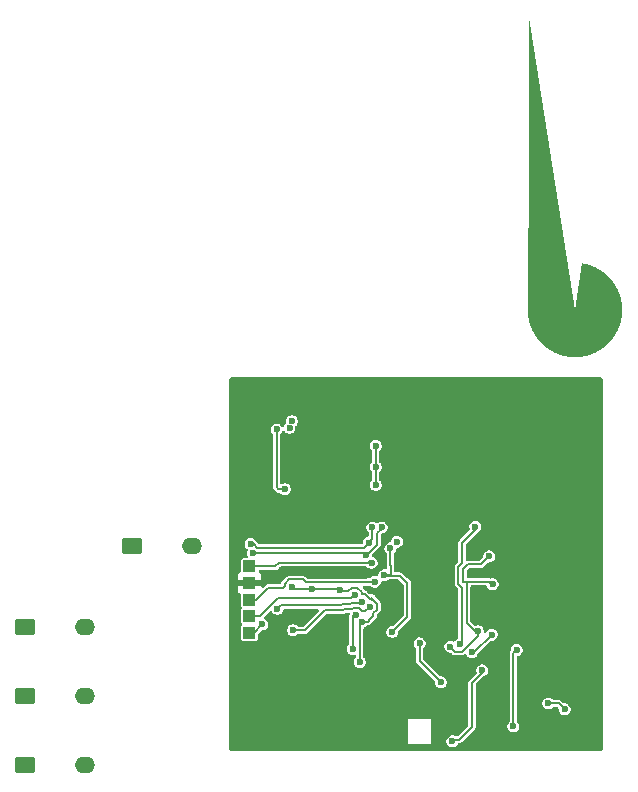
<source format=gbr>
%TF.GenerationSoftware,KiCad,Pcbnew,9.0.5*%
%TF.CreationDate,2025-10-31T14:43:10-07:00*%
%TF.ProjectId,digi_watch,64696769-5f77-4617-9463-682e6b696361,rev?*%
%TF.SameCoordinates,Original*%
%TF.FileFunction,Copper,L2,Bot*%
%TF.FilePolarity,Positive*%
%FSLAX46Y46*%
G04 Gerber Fmt 4.6, Leading zero omitted, Abs format (unit mm)*
G04 Created by KiCad (PCBNEW 9.0.5) date 2025-10-31 14:43:10*
%MOMM*%
%LPD*%
G01*
G04 APERTURE LIST*
G04 Aperture macros list*
%AMRoundRect*
0 Rectangle with rounded corners*
0 $1 Rounding radius*
0 $2 $3 $4 $5 $6 $7 $8 $9 X,Y pos of 4 corners*
0 Add a 4 corners polygon primitive as box body*
4,1,4,$2,$3,$4,$5,$6,$7,$8,$9,$2,$3,0*
0 Add four circle primitives for the rounded corners*
1,1,$1+$1,$2,$3*
1,1,$1+$1,$4,$5*
1,1,$1+$1,$6,$7*
1,1,$1+$1,$8,$9*
0 Add four rect primitives between the rounded corners*
20,1,$1+$1,$2,$3,$4,$5,0*
20,1,$1+$1,$4,$5,$6,$7,0*
20,1,$1+$1,$6,$7,$8,$9,0*
20,1,$1+$1,$8,$9,$2,$3,0*%
%AMFreePoly0*
4,1,65,0.586922,3.956706,0.971921,3.880125,1.347559,3.766176,1.710220,3.615957,2.056411,3.430914,2.382797,3.212830,2.686236,2.963805,2.963805,2.686236,3.212830,2.382797,3.430914,2.056411,3.615957,1.710220,3.766176,1.347559,3.880125,0.971921,3.956706,0.586922,3.995182,0.196271,3.995182,-0.196271,3.956706,-0.586922,3.880125,-0.971921,3.766176,-1.347559,3.615957,-1.710220,
3.430914,-2.056411,3.212830,-2.382797,2.963805,-2.686236,2.686236,-2.963805,2.382797,-3.212830,2.056411,-3.430914,1.710220,-3.615957,1.347559,-3.766176,0.971921,-3.880125,0.586922,-3.956706,0.196271,-3.995182,-0.196271,-3.995182,-0.586922,-3.956706,-0.971921,-3.880125,-1.347559,-3.766176,-1.710220,-3.615957,-2.056411,-3.430914,-2.382797,-3.212830,-2.686236,-2.963805,-2.963805,-2.686236,
-3.212830,-2.382797,-3.430914,-2.056411,-3.615957,-1.710220,-3.766176,-1.347559,-3.880125,-0.971921,-3.956706,-0.586922,-3.995182,-0.196271,-3.995182,0.196271,-3.956706,0.586922,-3.880125,0.971921,-3.766176,1.347559,-3.615957,1.710220,-3.430914,2.056411,-3.212830,2.382797,-2.963805,2.686236,-2.686236,2.963805,-2.382797,3.212830,-2.056411,3.430914,-1.710220,3.615957,-1.347559,3.766176,
-0.971921,3.880125,-0.586922,3.956706,-0.196271,3.995182,0.196271,3.995182,0.586922,3.956706,0.586922,3.956706,$1*%
G04 Aperture macros list end*
%TA.AperFunction,SMDPad,CuDef*%
%ADD10R,1.000000X1.000000*%
%TD*%
%TA.AperFunction,ComponentPad*%
%ADD11RoundRect,0.249200X-0.600800X-0.450800X0.600800X-0.450800X0.600800X0.450800X-0.600800X0.450800X0*%
%TD*%
%TA.AperFunction,ComponentPad*%
%ADD12O,1.700000X1.400000*%
%TD*%
%TA.AperFunction,SMDPad,CuDef*%
%ADD13FreePoly0,270.000000*%
%TD*%
%TA.AperFunction,ViaPad*%
%ADD14C,0.600000*%
%TD*%
%TA.AperFunction,Conductor*%
%ADD15C,0.200000*%
%TD*%
G04 APERTURE END LIST*
D10*
%TO.P,J2,1,Pin_1*%
%TO.N,3V3*%
X113900000Y-101800000D03*
%TO.P,J2,2,Pin_2*%
%TO.N,SWO*%
X113900000Y-100400000D03*
%TO.P,J2,3,Pin_3*%
%TO.N,SWCLK*%
X113900000Y-99000000D03*
%TO.P,J2,4,Pin_4*%
%TO.N,GND*%
X113900000Y-97600000D03*
%TO.P,J2,5,Pin_5*%
%TO.N,SWDIO*%
X113900000Y-96200000D03*
%TD*%
D11*
%TO.P,D2,1,K*%
%TO.N,GND*%
X103960000Y-94500000D03*
D12*
%TO.P,D2,2,A*%
%TO.N,Net-(D2-A)*%
X109040000Y-94500000D03*
%TD*%
D11*
%TO.P,D5,1,K*%
%TO.N,Net-(D4-A)*%
X94920000Y-113000000D03*
D12*
%TO.P,D5,2,A*%
%TO.N,VPD*%
X100000000Y-113000000D03*
%TD*%
D11*
%TO.P,D3,1,K*%
%TO.N,Net-(D2-A)*%
X94920000Y-101300000D03*
D12*
%TO.P,D3,2,A*%
%TO.N,Net-(D3-A)*%
X100000000Y-101300000D03*
%TD*%
D13*
%TO.P,J5,1,Pin_1*%
%TO.N,GND*%
X141500000Y-74500000D03*
%TD*%
D11*
%TO.P,D4,1,K*%
%TO.N,Net-(D3-A)*%
X94920000Y-107150000D03*
D12*
%TO.P,D4,2,A*%
%TO.N,Net-(D4-A)*%
X100000000Y-107150000D03*
%TD*%
D14*
%TO.N,GND*%
X121750000Y-109000000D03*
X135234558Y-98793288D03*
X117900000Y-88100000D03*
X122000000Y-89000000D03*
X127350000Y-92700000D03*
X138100000Y-98000000D03*
X134700000Y-93700000D03*
X124550000Y-101350000D03*
X134075000Y-98569970D03*
X130493098Y-104406900D03*
X122500000Y-81500000D03*
X135068641Y-96250642D03*
X122482022Y-96940413D03*
X117950000Y-86950000D03*
X121500000Y-110500000D03*
X118500000Y-87500000D03*
X123700000Y-87700000D03*
X132737870Y-104831958D03*
X138800000Y-109800000D03*
X136927421Y-98748905D03*
X116400000Y-90600000D03*
X123000000Y-94000000D03*
X139000000Y-111500000D03*
X123700000Y-91300000D03*
X134200000Y-88900000D03*
X125549999Y-85100000D03*
X117400000Y-103000000D03*
X137100000Y-96000000D03*
X127916156Y-105024819D03*
X125400000Y-105700000D03*
X115500000Y-102250000D03*
X114900000Y-82600000D03*
X120500000Y-96500000D03*
X123600000Y-89300000D03*
X138001140Y-96498910D03*
X129700000Y-98300000D03*
X135600000Y-110800000D03*
X129700000Y-98300000D03*
X124249979Y-96694407D03*
X137900000Y-94900000D03*
X116692943Y-96498003D03*
%TO.N,unconnected-(U4-PH3-Pad4)*%
X128310519Y-102705413D03*
X130116577Y-106008900D03*
%TO.N,BTN_TOP_L*%
X114000000Y-94300000D03*
X124300000Y-92900000D03*
X124000000Y-94200000D03*
%TO.N,WKUP*%
X134424265Y-101975735D03*
X139200000Y-107800000D03*
X131700000Y-102789327D03*
X124600000Y-86000000D03*
X133025735Y-92825735D03*
X124600000Y-87775000D03*
X132742335Y-103445465D03*
X124600000Y-89300000D03*
X140600000Y-108300000D03*
%TO.N,QSPI_NCS*%
X131077165Y-111007086D03*
X133610000Y-105000000D03*
%TO.N,BTN_BOT_L*%
X123798070Y-95223011D03*
X125100003Y-92900000D03*
X114200000Y-95100000D03*
%TO.N,PIEZO*%
X126400000Y-94100000D03*
%TO.N,LED_OUT*%
X136524265Y-103275735D03*
X136237554Y-109734288D03*
%TO.N,SWDIO*%
X124251901Y-95894407D03*
%TO.N,I2C1_SDA*%
X123465687Y-100865687D03*
X123250000Y-104300000D03*
X121600000Y-98175002D03*
X117500000Y-97899000D03*
X119199377Y-98141413D03*
%TO.N,I2C1_SCL*%
X122650000Y-103200000D03*
X122900000Y-100300000D03*
%TO.N,SWCLK*%
X124514620Y-97496529D03*
%TO.N,SWO*%
X122800000Y-98601000D03*
%TO.N,Net-(U1-VOUT_EN)*%
X116200000Y-84600000D03*
X116900000Y-89650055D03*
%TO.N,VBAT*%
X117500000Y-83900000D03*
X117300232Y-84474000D03*
%TO.N,GPS_DISABLE*%
X124109190Y-99612103D03*
X117600000Y-101600000D03*
%TO.N,GPS_BKUP_DISABLE*%
X123440628Y-99172752D03*
X116278198Y-99798798D03*
%TO.N,3V3*%
X125834313Y-94665687D03*
X134200000Y-95350000D03*
X134500000Y-97700000D03*
X126000000Y-101750000D03*
X115000000Y-101100000D03*
X133236027Y-101675000D03*
X130910000Y-102999325D03*
X125309427Y-96950000D03*
%TD*%
D15*
%TO.N,GND*%
X134700000Y-93700000D02*
X135700000Y-93700000D01*
%TO.N,unconnected-(U4-PH3-Pad4)*%
X130116577Y-106008900D02*
X128310519Y-104202842D01*
X128310519Y-104202842D02*
X128310519Y-102705413D01*
%TO.N,BTN_TOP_L*%
X114550943Y-94601000D02*
X114249943Y-94300000D01*
X124000000Y-94200000D02*
X123599000Y-94601000D01*
X123599000Y-94601000D02*
X114550943Y-94601000D01*
X114249943Y-94300000D02*
X114000000Y-94300000D01*
X124300000Y-93900000D02*
X124000000Y-94200000D01*
X124300000Y-92900000D02*
X124300000Y-93900000D01*
%TO.N,WKUP*%
X131599000Y-96233900D02*
X131900000Y-95932900D01*
X134424265Y-101975735D02*
X132954535Y-103445465D01*
X131899000Y-101166100D02*
X131899000Y-97901000D01*
X140600000Y-108300000D02*
X140100000Y-107800000D01*
X124600000Y-87775000D02*
X124600000Y-86000000D01*
X131833900Y-97901000D02*
X131599000Y-97666100D01*
X131700000Y-102789327D02*
X131900000Y-102589327D01*
X133100000Y-92900000D02*
X133025735Y-92825735D01*
X131599000Y-97666100D02*
X131599000Y-96233900D01*
X131900000Y-102589327D02*
X131900000Y-101167100D01*
X140100000Y-107800000D02*
X139200000Y-107800000D01*
X131900000Y-94200000D02*
X133100000Y-93000000D01*
X124600000Y-87775000D02*
X124600000Y-89300000D01*
X131899000Y-97901000D02*
X131833900Y-97901000D01*
X131900000Y-101167100D02*
X131899000Y-101166100D01*
X131900000Y-95932900D02*
X131900000Y-94200000D01*
X133100000Y-93000000D02*
X133100000Y-92900000D01*
X132954535Y-103445465D02*
X132742335Y-103445465D01*
%TO.N,QSPI_NCS*%
X132750000Y-109774000D02*
X132750000Y-106050000D01*
X132750000Y-106050000D02*
X133610000Y-105190000D01*
X133610000Y-105190000D02*
X133610000Y-105000000D01*
X131670000Y-110854000D02*
X132750000Y-109774000D01*
X131230251Y-110854000D02*
X131670000Y-110854000D01*
X131077165Y-111007086D02*
X131230251Y-110854000D01*
%TO.N,BTN_BOT_L*%
X123675059Y-95100000D02*
X114200000Y-95100000D01*
X123798070Y-95223011D02*
X123675059Y-95100000D01*
X125100003Y-92999997D02*
X124700000Y-93400000D01*
X125100003Y-92900000D02*
X125100003Y-92999997D01*
X124700000Y-94349943D02*
X123826932Y-95223011D01*
X123826932Y-95223011D02*
X123798070Y-95223011D01*
X124700000Y-93400000D02*
X124700000Y-94349943D01*
%TO.N,LED_OUT*%
X136524265Y-103275735D02*
X136237554Y-103562446D01*
X136237554Y-103562446D02*
X136237554Y-109734288D01*
%TO.N,SWDIO*%
X124084919Y-95750000D02*
X123944959Y-95889960D01*
X116100003Y-96200000D02*
X113900000Y-96200000D01*
X123944959Y-95889960D02*
X116410043Y-95889960D01*
X124107494Y-95750000D02*
X124084919Y-95750000D01*
X116410043Y-95889960D02*
X116100003Y-96200000D01*
X124251901Y-95894407D02*
X124107494Y-95750000D01*
%TO.N,I2C1_SDA*%
X124149943Y-100650000D02*
X124400000Y-100399943D01*
X123300000Y-101100000D02*
X123250000Y-101150000D01*
X118641413Y-98141413D02*
X118600000Y-98100000D01*
X124265677Y-99011103D02*
X124265677Y-98834323D01*
X122251057Y-98300000D02*
X121724998Y-98300000D01*
X121724998Y-98300000D02*
X121600000Y-98175002D01*
X123473752Y-98571752D02*
X123401000Y-98499000D01*
X117500000Y-97899000D02*
X117500000Y-98100000D01*
X124400000Y-100399943D02*
X124400000Y-100171236D01*
X122551057Y-98000000D02*
X122251057Y-98300000D01*
X124710190Y-99363160D02*
X124358133Y-99011103D01*
X121600000Y-98175002D02*
X121566411Y-98141413D01*
X123250000Y-101150000D02*
X123250000Y-104300000D01*
X124400000Y-100171236D02*
X124710190Y-99861046D01*
X119199377Y-98141413D02*
X118641413Y-98141413D01*
X123300000Y-101031374D02*
X123300000Y-101100000D01*
X117500000Y-98100000D02*
X118600000Y-98100000D01*
X124108909Y-98991091D02*
X123689571Y-98571752D01*
X123934313Y-100865687D02*
X124149943Y-100650057D01*
X124265677Y-98834323D02*
X124108909Y-98991091D01*
X123401000Y-98499000D02*
X123401000Y-98352057D01*
X121500000Y-98275002D02*
X121600000Y-98175002D01*
X124710190Y-99861046D02*
X124710190Y-99363160D01*
X123465687Y-100865687D02*
X123934313Y-100865687D01*
X121566411Y-98141413D02*
X119358587Y-98141413D01*
X123048943Y-98000000D02*
X122551057Y-98000000D01*
X119199377Y-98141413D02*
X119199377Y-98300623D01*
X123689571Y-98571752D02*
X123473752Y-98571752D01*
X124358133Y-99011103D02*
X124265677Y-99011103D01*
X124149943Y-100650057D02*
X124149943Y-100650000D01*
X123401000Y-98352057D02*
X123048943Y-98000000D01*
X123465687Y-100865687D02*
X123300000Y-101031374D01*
%TO.N,I2C1_SCL*%
X122900000Y-100300000D02*
X122776806Y-100300000D01*
X122776806Y-100300000D02*
X122650000Y-100426806D01*
X122650000Y-100426806D02*
X122650000Y-103200000D01*
%TO.N,SWCLK*%
X114500000Y-99000000D02*
X113900000Y-99000000D01*
X118416174Y-97299000D02*
X117251057Y-97299000D01*
X124003471Y-97496529D02*
X123958587Y-97541413D01*
X116899000Y-97851000D02*
X116750000Y-98000000D01*
X116899000Y-97651057D02*
X116899000Y-97851000D01*
X115500000Y-98000000D02*
X114500000Y-99000000D01*
X123958587Y-97541413D02*
X118658587Y-97541413D01*
X117251057Y-97299000D02*
X116899000Y-97651057D01*
X124514620Y-97496529D02*
X124003471Y-97496529D01*
X118658587Y-97541413D02*
X118416174Y-97299000D01*
X116750000Y-98000000D02*
X115500000Y-98000000D01*
%TO.N,SWO*%
X122800000Y-98601000D02*
X122518835Y-98882165D01*
X114800000Y-100400000D02*
X113900000Y-100400000D01*
X122518835Y-98882165D02*
X116317835Y-98882165D01*
X116317835Y-98882165D02*
X114800000Y-100400000D01*
%TO.N,Net-(U1-VOUT_EN)*%
X116350055Y-89650055D02*
X116200000Y-89500000D01*
X116900000Y-89650055D02*
X116350055Y-89650055D01*
X116200000Y-89500000D02*
X116200000Y-84600000D01*
%TO.N,GPS_DISABLE*%
X122550057Y-99800000D02*
X121950000Y-99800000D01*
X121850000Y-99900000D02*
X120300000Y-99900000D01*
X123148943Y-99699000D02*
X122651057Y-99699000D01*
X124109190Y-99612103D02*
X123721293Y-100000000D01*
X121950000Y-99800000D02*
X121850000Y-99900000D01*
X122651057Y-99699000D02*
X122550057Y-99800000D01*
X120300000Y-99900000D02*
X118600000Y-101600000D01*
X123449942Y-100000000D02*
X123148943Y-99699000D01*
X123721293Y-100000000D02*
X123449942Y-100000000D01*
X118600000Y-101600000D02*
X117600000Y-101600000D01*
%TO.N,GPS_BKUP_DISABLE*%
X116576996Y-99500000D02*
X116278198Y-99798798D01*
X120132900Y-99500000D02*
X116576996Y-99500000D01*
X122383957Y-99399000D02*
X121783900Y-99399000D01*
X122484957Y-99298000D02*
X122383957Y-99399000D01*
X121683900Y-99499000D02*
X120133900Y-99499000D01*
X123440628Y-99172752D02*
X123440628Y-99057898D01*
X122709926Y-99298000D02*
X122484957Y-99298000D01*
X121783900Y-99399000D02*
X121683900Y-99499000D01*
X123315380Y-99298000D02*
X122700000Y-99298000D01*
X120133900Y-99499000D02*
X120132900Y-99500000D01*
%TO.N,3V3*%
X133236027Y-102103243D02*
X133236027Y-101675000D01*
X125800000Y-96950000D02*
X125850000Y-97000000D01*
X132975000Y-101675000D02*
X132300000Y-101000000D01*
X132300000Y-101000000D02*
X132300000Y-97600000D01*
X127250000Y-100500000D02*
X127250000Y-100000000D01*
X125359427Y-97000000D02*
X126650000Y-97000000D01*
X125309427Y-96950000D02*
X125359427Y-97000000D01*
X132000000Y-97500000D02*
X132000000Y-96400000D01*
X125309427Y-96950000D02*
X125800000Y-96950000D01*
X131330675Y-103420000D02*
X131919270Y-103420000D01*
X114300000Y-101800000D02*
X113900000Y-101800000D01*
X131919270Y-103420000D02*
X133236027Y-102103243D01*
X127250000Y-97600000D02*
X127250000Y-97500000D01*
X134500000Y-97700000D02*
X134350000Y-97700000D01*
X130910000Y-102999325D02*
X131330675Y-103420000D01*
X134350000Y-97700000D02*
X134150000Y-97500000D01*
X126000000Y-101750000D02*
X127250000Y-100500000D01*
X126650000Y-97000000D02*
X127250000Y-97600000D01*
X133550000Y-96000000D02*
X134200000Y-95350000D01*
X115000000Y-101100000D02*
X114300000Y-101800000D01*
X127250000Y-100000000D02*
X127250000Y-97600000D01*
X125850000Y-96110257D02*
X125834313Y-96094570D01*
X125834313Y-96094570D02*
X125834313Y-94665687D01*
X133161027Y-101600000D02*
X133236027Y-101675000D01*
X132400000Y-96000000D02*
X133550000Y-96000000D01*
X132000000Y-96400000D02*
X132400000Y-96000000D01*
X125850000Y-97000000D02*
X125850000Y-96110257D01*
X133236027Y-101675000D02*
X132975000Y-101675000D01*
X134150000Y-97500000D02*
X132000000Y-97500000D01*
%TD*%
%TA.AperFunction,Conductor*%
%TO.N,GND*%
G36*
X143742539Y-80220185D02*
G01*
X143788294Y-80272989D01*
X143799500Y-80324500D01*
X143799500Y-111675500D01*
X143779815Y-111742539D01*
X143727011Y-111788294D01*
X143675500Y-111799500D01*
X112324500Y-111799500D01*
X112257461Y-111779815D01*
X112211706Y-111727011D01*
X112200500Y-111675500D01*
X112200500Y-111195000D01*
X127350000Y-111195000D01*
X129250000Y-111195000D01*
X129250000Y-110941194D01*
X130576665Y-110941194D01*
X130576665Y-111072978D01*
X130582421Y-111094460D01*
X130610773Y-111200273D01*
X130620142Y-111216500D01*
X130676665Y-111314400D01*
X130769851Y-111407586D01*
X130883979Y-111473478D01*
X131011273Y-111507586D01*
X131011275Y-111507586D01*
X131143055Y-111507586D01*
X131143057Y-111507586D01*
X131270351Y-111473478D01*
X131384479Y-111407586D01*
X131477665Y-111314400D01*
X131534188Y-111216500D01*
X131584755Y-111168284D01*
X131641575Y-111154500D01*
X131709560Y-111154500D01*
X131709562Y-111154500D01*
X131785989Y-111134021D01*
X131854511Y-111094460D01*
X131910460Y-111038511D01*
X132990460Y-109958511D01*
X133030022Y-109889988D01*
X133050500Y-109813562D01*
X133050500Y-109734438D01*
X133050500Y-109668396D01*
X135737054Y-109668396D01*
X135737054Y-109800180D01*
X135740640Y-109813562D01*
X135771162Y-109927475D01*
X135789081Y-109958511D01*
X135837054Y-110041602D01*
X135930240Y-110134788D01*
X136044368Y-110200680D01*
X136171662Y-110234788D01*
X136171664Y-110234788D01*
X136303444Y-110234788D01*
X136303446Y-110234788D01*
X136430740Y-110200680D01*
X136544868Y-110134788D01*
X136638054Y-110041602D01*
X136703946Y-109927474D01*
X136738054Y-109800180D01*
X136738054Y-109668396D01*
X136703946Y-109541102D01*
X136638054Y-109426974D01*
X136574372Y-109363292D01*
X136540888Y-109301968D01*
X136538054Y-109275611D01*
X136538054Y-107734108D01*
X138699500Y-107734108D01*
X138699500Y-107865891D01*
X138733608Y-107993187D01*
X138765054Y-108047652D01*
X138799500Y-108107314D01*
X138892686Y-108200500D01*
X139006814Y-108266392D01*
X139134108Y-108300500D01*
X139134110Y-108300500D01*
X139265890Y-108300500D01*
X139265892Y-108300500D01*
X139393186Y-108266392D01*
X139507314Y-108200500D01*
X139570995Y-108136819D01*
X139632318Y-108103334D01*
X139658676Y-108100500D01*
X139924167Y-108100500D01*
X139953607Y-108109144D01*
X139983594Y-108115668D01*
X139988609Y-108119422D01*
X139991206Y-108120185D01*
X140011848Y-108136819D01*
X140063181Y-108188152D01*
X140096666Y-108249475D01*
X140099500Y-108275833D01*
X140099500Y-108365891D01*
X140133608Y-108493187D01*
X140166554Y-108550250D01*
X140199500Y-108607314D01*
X140292686Y-108700500D01*
X140406814Y-108766392D01*
X140534108Y-108800500D01*
X140534110Y-108800500D01*
X140665890Y-108800500D01*
X140665892Y-108800500D01*
X140793186Y-108766392D01*
X140907314Y-108700500D01*
X141000500Y-108607314D01*
X141066392Y-108493186D01*
X141100500Y-108365892D01*
X141100500Y-108234108D01*
X141066392Y-108106814D01*
X141000500Y-107992686D01*
X140907314Y-107899500D01*
X140849102Y-107865891D01*
X140793187Y-107833608D01*
X140717410Y-107813304D01*
X140665892Y-107799500D01*
X140575833Y-107799500D01*
X140508794Y-107779815D01*
X140488152Y-107763181D01*
X140284512Y-107559541D01*
X140284504Y-107559535D01*
X140215995Y-107519982D01*
X140215990Y-107519979D01*
X140190513Y-107513152D01*
X140139562Y-107499500D01*
X140139560Y-107499500D01*
X139658676Y-107499500D01*
X139591637Y-107479815D01*
X139570995Y-107463181D01*
X139507316Y-107399502D01*
X139507314Y-107399500D01*
X139450250Y-107366554D01*
X139393187Y-107333608D01*
X139329539Y-107316554D01*
X139265892Y-107299500D01*
X139134108Y-107299500D01*
X139006812Y-107333608D01*
X138892686Y-107399500D01*
X138892683Y-107399502D01*
X138799502Y-107492683D01*
X138799500Y-107492686D01*
X138733608Y-107606812D01*
X138699500Y-107734108D01*
X136538054Y-107734108D01*
X136538054Y-103885344D01*
X136557739Y-103818305D01*
X136610543Y-103772550D01*
X136629953Y-103765571D01*
X136717451Y-103742127D01*
X136831579Y-103676235D01*
X136924765Y-103583049D01*
X136990657Y-103468921D01*
X137024765Y-103341627D01*
X137024765Y-103209843D01*
X136990657Y-103082549D01*
X136987111Y-103076408D01*
X136950345Y-103012727D01*
X136924765Y-102968421D01*
X136831579Y-102875235D01*
X136751505Y-102829004D01*
X136717452Y-102809343D01*
X136653804Y-102792289D01*
X136590157Y-102775235D01*
X136458373Y-102775235D01*
X136331077Y-102809343D01*
X136216951Y-102875235D01*
X136216948Y-102875237D01*
X136123767Y-102968418D01*
X136123765Y-102968421D01*
X136057873Y-103082547D01*
X136023765Y-103209843D01*
X136023765Y-103301084D01*
X136004080Y-103368123D01*
X135998142Y-103376569D01*
X135997090Y-103377939D01*
X135957536Y-103446450D01*
X135957533Y-103446455D01*
X135937054Y-103522885D01*
X135937054Y-109275611D01*
X135917369Y-109342650D01*
X135900736Y-109363292D01*
X135837054Y-109426974D01*
X135771162Y-109541100D01*
X135742109Y-109649529D01*
X135737054Y-109668396D01*
X133050500Y-109668396D01*
X133050500Y-106225832D01*
X133070185Y-106158793D01*
X133086815Y-106138155D01*
X133718757Y-105506212D01*
X133774342Y-105474120D01*
X133803186Y-105466392D01*
X133917314Y-105400500D01*
X134010500Y-105307314D01*
X134076392Y-105193186D01*
X134110500Y-105065892D01*
X134110500Y-104934108D01*
X134076392Y-104806814D01*
X134010500Y-104692686D01*
X133917314Y-104599500D01*
X133860250Y-104566554D01*
X133803187Y-104533608D01*
X133739539Y-104516554D01*
X133675892Y-104499500D01*
X133544108Y-104499500D01*
X133416812Y-104533608D01*
X133302686Y-104599500D01*
X133302683Y-104599502D01*
X133209502Y-104692683D01*
X133209500Y-104692686D01*
X133143608Y-104806812D01*
X133109500Y-104934108D01*
X133109500Y-105065891D01*
X133133159Y-105154188D01*
X133131496Y-105224038D01*
X133101065Y-105273962D01*
X132565489Y-105809540D01*
X132509541Y-105865487D01*
X132509535Y-105865495D01*
X132469982Y-105934004D01*
X132469979Y-105934009D01*
X132449500Y-106010439D01*
X132449500Y-109598167D01*
X132429815Y-109665206D01*
X132413181Y-109685848D01*
X131581848Y-110517181D01*
X131554920Y-110531884D01*
X131529102Y-110548477D01*
X131522901Y-110549368D01*
X131520525Y-110550666D01*
X131494167Y-110553500D01*
X131325757Y-110553500D01*
X131279032Y-110540976D01*
X131277861Y-110543805D01*
X131270353Y-110540695D01*
X131270351Y-110540694D01*
X131143057Y-110506586D01*
X131011273Y-110506586D01*
X130883977Y-110540694D01*
X130769851Y-110606586D01*
X130769848Y-110606588D01*
X130676667Y-110699769D01*
X130676665Y-110699772D01*
X130610773Y-110813898D01*
X130576665Y-110941194D01*
X129250000Y-110941194D01*
X129250000Y-109105000D01*
X127350000Y-109105000D01*
X127350000Y-111195000D01*
X112200500Y-111195000D01*
X112200500Y-97850000D01*
X112900000Y-97850000D01*
X112900000Y-98147844D01*
X112906401Y-98207372D01*
X112906403Y-98207379D01*
X112956645Y-98342086D01*
X112956649Y-98342093D01*
X113042809Y-98457187D01*
X113042812Y-98457190D01*
X113149811Y-98537290D01*
X113191682Y-98593223D01*
X113199500Y-98636556D01*
X113199500Y-99519752D01*
X113211131Y-99578229D01*
X113211132Y-99578230D01*
X113246465Y-99631109D01*
X113267343Y-99697786D01*
X113248859Y-99765166D01*
X113246465Y-99768891D01*
X113211132Y-99821769D01*
X113211131Y-99821770D01*
X113199500Y-99880247D01*
X113199500Y-100919752D01*
X113211131Y-100978229D01*
X113211132Y-100978230D01*
X113246465Y-101031109D01*
X113267343Y-101097786D01*
X113248859Y-101165166D01*
X113246465Y-101168891D01*
X113211132Y-101221769D01*
X113211131Y-101221770D01*
X113199500Y-101280247D01*
X113199500Y-102319752D01*
X113211131Y-102378229D01*
X113211132Y-102378230D01*
X113255447Y-102444552D01*
X113321769Y-102488867D01*
X113321770Y-102488868D01*
X113380247Y-102500499D01*
X113380250Y-102500500D01*
X113380252Y-102500500D01*
X114419750Y-102500500D01*
X114419751Y-102500499D01*
X114434568Y-102497552D01*
X114478229Y-102488868D01*
X114478229Y-102488867D01*
X114478231Y-102488867D01*
X114544552Y-102444552D01*
X114588867Y-102378231D01*
X114588867Y-102378229D01*
X114588868Y-102378229D01*
X114600499Y-102319752D01*
X114600500Y-102319750D01*
X114600500Y-101975832D01*
X114620185Y-101908793D01*
X114636815Y-101888155D01*
X114888151Y-101636818D01*
X114949474Y-101603334D01*
X114975832Y-101600500D01*
X115065890Y-101600500D01*
X115065892Y-101600500D01*
X115193186Y-101566392D01*
X115307314Y-101500500D01*
X115400500Y-101407314D01*
X115466392Y-101293186D01*
X115500500Y-101165892D01*
X115500500Y-101034108D01*
X115466392Y-100906814D01*
X115400500Y-100792686D01*
X115307314Y-100699500D01*
X115205184Y-100640535D01*
X115156968Y-100589968D01*
X115143746Y-100521361D01*
X115169714Y-100456496D01*
X115179495Y-100445475D01*
X115632087Y-99992883D01*
X115693408Y-99959400D01*
X115763100Y-99964384D01*
X115819033Y-100006256D01*
X115827153Y-100018566D01*
X115877698Y-100106112D01*
X115970884Y-100199298D01*
X116085012Y-100265190D01*
X116212306Y-100299298D01*
X116212308Y-100299298D01*
X116344088Y-100299298D01*
X116344090Y-100299298D01*
X116471384Y-100265190D01*
X116585512Y-100199298D01*
X116678698Y-100106112D01*
X116744590Y-99991984D01*
X116771271Y-99892406D01*
X116807636Y-99832746D01*
X116870483Y-99802217D01*
X116891046Y-99800500D01*
X119675167Y-99800500D01*
X119742206Y-99820185D01*
X119787961Y-99872989D01*
X119797905Y-99942147D01*
X119768880Y-100005703D01*
X119762848Y-100012181D01*
X118511848Y-101263181D01*
X118450525Y-101296666D01*
X118424167Y-101299500D01*
X118058676Y-101299500D01*
X117991637Y-101279815D01*
X117970995Y-101263181D01*
X117907316Y-101199502D01*
X117907314Y-101199500D01*
X117814144Y-101145708D01*
X117793187Y-101133608D01*
X117692785Y-101106706D01*
X117665892Y-101099500D01*
X117534108Y-101099500D01*
X117406812Y-101133608D01*
X117292686Y-101199500D01*
X117292683Y-101199502D01*
X117199502Y-101292683D01*
X117199500Y-101292686D01*
X117133608Y-101406812D01*
X117099500Y-101534108D01*
X117099500Y-101665891D01*
X117133608Y-101793187D01*
X117160902Y-101840460D01*
X117199500Y-101907314D01*
X117292686Y-102000500D01*
X117406814Y-102066392D01*
X117534108Y-102100500D01*
X117534110Y-102100500D01*
X117665890Y-102100500D01*
X117665892Y-102100500D01*
X117793186Y-102066392D01*
X117907314Y-102000500D01*
X117970995Y-101936819D01*
X118032318Y-101903334D01*
X118058676Y-101900500D01*
X118639560Y-101900500D01*
X118639562Y-101900500D01*
X118715989Y-101880021D01*
X118784511Y-101840460D01*
X118840460Y-101784511D01*
X120388152Y-100236819D01*
X120449475Y-100203334D01*
X120475833Y-100200500D01*
X121889560Y-100200500D01*
X121889562Y-100200500D01*
X121965989Y-100180021D01*
X122034511Y-100140460D01*
X122038152Y-100136819D01*
X122065762Y-100121742D01*
X122092458Y-100105076D01*
X122097567Y-100104375D01*
X122099475Y-100103334D01*
X122121010Y-100101161D01*
X122125833Y-100100500D01*
X122275695Y-100100500D01*
X122342734Y-100120185D01*
X122388489Y-100172989D01*
X122396430Y-100225981D01*
X122399500Y-100225981D01*
X122399500Y-100226458D01*
X122397577Y-100233634D01*
X122398634Y-100240687D01*
X122398439Y-100242168D01*
X122397519Y-100242046D01*
X122397997Y-100245709D01*
X122389557Y-100263567D01*
X122382889Y-100288455D01*
X122369980Y-100310814D01*
X122369979Y-100310815D01*
X122349500Y-100387245D01*
X122349500Y-102741323D01*
X122329815Y-102808362D01*
X122313182Y-102829004D01*
X122249500Y-102892686D01*
X122183608Y-103006812D01*
X122149500Y-103134108D01*
X122149500Y-103265891D01*
X122183608Y-103393187D01*
X122187439Y-103399822D01*
X122249500Y-103507314D01*
X122342686Y-103600500D01*
X122437973Y-103655514D01*
X122446539Y-103660460D01*
X122456814Y-103666392D01*
X122584108Y-103700500D01*
X122584110Y-103700500D01*
X122715889Y-103700500D01*
X122715892Y-103700500D01*
X122793410Y-103679729D01*
X122818401Y-103680324D01*
X122843147Y-103676766D01*
X122852727Y-103681141D01*
X122863256Y-103681392D01*
X122883959Y-103695404D01*
X122906703Y-103705791D01*
X122912397Y-103714651D01*
X122921118Y-103720554D01*
X122930959Y-103743534D01*
X122944477Y-103764569D01*
X122946756Y-103780423D01*
X122948623Y-103784782D01*
X122949500Y-103799504D01*
X122949500Y-103841323D01*
X122929815Y-103908362D01*
X122913182Y-103929004D01*
X122849500Y-103992686D01*
X122783608Y-104106812D01*
X122749500Y-104234108D01*
X122749500Y-104365892D01*
X122755251Y-104387354D01*
X122783608Y-104493187D01*
X122787253Y-104499500D01*
X122849500Y-104607314D01*
X122942686Y-104700500D01*
X123056814Y-104766392D01*
X123184108Y-104800500D01*
X123184110Y-104800500D01*
X123315890Y-104800500D01*
X123315892Y-104800500D01*
X123443186Y-104766392D01*
X123557314Y-104700500D01*
X123650500Y-104607314D01*
X123716392Y-104493186D01*
X123750500Y-104365892D01*
X123750500Y-104234108D01*
X123716392Y-104106814D01*
X123650500Y-103992686D01*
X123586818Y-103929004D01*
X123553334Y-103867680D01*
X123550500Y-103841323D01*
X123550500Y-102639521D01*
X127810019Y-102639521D01*
X127810019Y-102771305D01*
X127817574Y-102799500D01*
X127844127Y-102898600D01*
X127864238Y-102933433D01*
X127910019Y-103012727D01*
X127910021Y-103012729D01*
X127973700Y-103076408D01*
X128007185Y-103137731D01*
X128010019Y-103164089D01*
X128010019Y-104242404D01*
X128023671Y-104293355D01*
X128030498Y-104318832D01*
X128030499Y-104318833D01*
X128042467Y-104339562D01*
X128057668Y-104365891D01*
X128070058Y-104387351D01*
X128070060Y-104387354D01*
X129579758Y-105897052D01*
X129613243Y-105958375D01*
X129616077Y-105984733D01*
X129616077Y-106074791D01*
X129650185Y-106202087D01*
X129679204Y-106252348D01*
X129716077Y-106316214D01*
X129809263Y-106409400D01*
X129923391Y-106475292D01*
X130050685Y-106509400D01*
X130050687Y-106509400D01*
X130182467Y-106509400D01*
X130182469Y-106509400D01*
X130309763Y-106475292D01*
X130423891Y-106409400D01*
X130517077Y-106316214D01*
X130582969Y-106202086D01*
X130617077Y-106074792D01*
X130617077Y-105943008D01*
X130582969Y-105815714D01*
X130579404Y-105809540D01*
X130574140Y-105800421D01*
X130517077Y-105701586D01*
X130423891Y-105608400D01*
X130366827Y-105575454D01*
X130309764Y-105542508D01*
X130246116Y-105525454D01*
X130182469Y-105508400D01*
X130092410Y-105508400D01*
X130025371Y-105488715D01*
X130004729Y-105472081D01*
X128647338Y-104114690D01*
X128613853Y-104053367D01*
X128611019Y-104027009D01*
X128611019Y-103164089D01*
X128630704Y-103097050D01*
X128647338Y-103076408D01*
X128658530Y-103065216D01*
X128711019Y-103012727D01*
X128756800Y-102933433D01*
X130409500Y-102933433D01*
X130409500Y-103065217D01*
X130426554Y-103128864D01*
X130443608Y-103192512D01*
X130476554Y-103249575D01*
X130509500Y-103306639D01*
X130602686Y-103399825D01*
X130716814Y-103465717D01*
X130844108Y-103499825D01*
X130844110Y-103499825D01*
X130934167Y-103499825D01*
X131001206Y-103519510D01*
X131021848Y-103536144D01*
X131090215Y-103604511D01*
X131146164Y-103660460D01*
X131146166Y-103660461D01*
X131146170Y-103660464D01*
X131206689Y-103695404D01*
X131214686Y-103700021D01*
X131291113Y-103720500D01*
X131291115Y-103720500D01*
X131958830Y-103720500D01*
X131958832Y-103720500D01*
X132035259Y-103700021D01*
X132103781Y-103660460D01*
X132106638Y-103657602D01*
X132109641Y-103655962D01*
X132110226Y-103655514D01*
X132110295Y-103655605D01*
X132167957Y-103624115D01*
X132237649Y-103629096D01*
X132293585Y-103670964D01*
X132301709Y-103683279D01*
X132341835Y-103752779D01*
X132435021Y-103845965D01*
X132549149Y-103911857D01*
X132676443Y-103945965D01*
X132676445Y-103945965D01*
X132808225Y-103945965D01*
X132808227Y-103945965D01*
X132935521Y-103911857D01*
X133049649Y-103845965D01*
X133142835Y-103752779D01*
X133208727Y-103638651D01*
X133208728Y-103638645D01*
X133211838Y-103631141D01*
X133213199Y-103631704D01*
X133240421Y-103584548D01*
X134312416Y-102512554D01*
X134373739Y-102479069D01*
X134400097Y-102476235D01*
X134490155Y-102476235D01*
X134490157Y-102476235D01*
X134617451Y-102442127D01*
X134731579Y-102376235D01*
X134824765Y-102283049D01*
X134890657Y-102168921D01*
X134924765Y-102041627D01*
X134924765Y-101909843D01*
X134890657Y-101782549D01*
X134824765Y-101668421D01*
X134731579Y-101575235D01*
X134674515Y-101542289D01*
X134617452Y-101509343D01*
X134514710Y-101481814D01*
X134490157Y-101475235D01*
X134358373Y-101475235D01*
X134231077Y-101509343D01*
X134116951Y-101575235D01*
X134116948Y-101575237D01*
X134023767Y-101668418D01*
X134023765Y-101668421D01*
X133967914Y-101765157D01*
X133917346Y-101813372D01*
X133848739Y-101826594D01*
X133783875Y-101800626D01*
X133743347Y-101743712D01*
X133736527Y-101703156D01*
X133736527Y-101609110D01*
X133736527Y-101609108D01*
X133702419Y-101481814D01*
X133636527Y-101367686D01*
X133543341Y-101274500D01*
X133486277Y-101241554D01*
X133429214Y-101208608D01*
X133365566Y-101191554D01*
X133301919Y-101174500D01*
X133170135Y-101174500D01*
X133042832Y-101208610D01*
X133042115Y-101208908D01*
X133041461Y-101208978D01*
X133034991Y-101210712D01*
X133034720Y-101209702D01*
X132972645Y-101216369D01*
X132910169Y-101185087D01*
X132906994Y-101182023D01*
X132636819Y-100911848D01*
X132603334Y-100850525D01*
X132600500Y-100824167D01*
X132600500Y-97924500D01*
X132620185Y-97857461D01*
X132672989Y-97811706D01*
X132724500Y-97800500D01*
X133913625Y-97800500D01*
X133980664Y-97820185D01*
X134026419Y-97872989D01*
X134033401Y-97892412D01*
X134033608Y-97893187D01*
X134050578Y-97922579D01*
X134099500Y-98007314D01*
X134192686Y-98100500D01*
X134306814Y-98166392D01*
X134434108Y-98200500D01*
X134434110Y-98200500D01*
X134565890Y-98200500D01*
X134565892Y-98200500D01*
X134693186Y-98166392D01*
X134807314Y-98100500D01*
X134900500Y-98007314D01*
X134966392Y-97893186D01*
X135000500Y-97765892D01*
X135000500Y-97634108D01*
X134966392Y-97506814D01*
X134900500Y-97392686D01*
X134807314Y-97299500D01*
X134738103Y-97259541D01*
X134693187Y-97233608D01*
X134584903Y-97204594D01*
X134565892Y-97199500D01*
X134434108Y-97199500D01*
X134353018Y-97221228D01*
X134342661Y-97224003D01*
X134272811Y-97222340D01*
X134267394Y-97220356D01*
X134265990Y-97219979D01*
X134265989Y-97219979D01*
X134189562Y-97199500D01*
X134189560Y-97199500D01*
X132424500Y-97199500D01*
X132357461Y-97179815D01*
X132311706Y-97127011D01*
X132300500Y-97075500D01*
X132300500Y-96575833D01*
X132309144Y-96546392D01*
X132315668Y-96516406D01*
X132319422Y-96511390D01*
X132320185Y-96508794D01*
X132336819Y-96488152D01*
X132488152Y-96336819D01*
X132549475Y-96303334D01*
X132575833Y-96300500D01*
X133589560Y-96300500D01*
X133589562Y-96300500D01*
X133665989Y-96280021D01*
X133734511Y-96240460D01*
X133790460Y-96184511D01*
X134088151Y-95886818D01*
X134149474Y-95853334D01*
X134175832Y-95850500D01*
X134265890Y-95850500D01*
X134265892Y-95850500D01*
X134393186Y-95816392D01*
X134507314Y-95750500D01*
X134600500Y-95657314D01*
X134666392Y-95543186D01*
X134700500Y-95415892D01*
X134700500Y-95284108D01*
X134666392Y-95156814D01*
X134600500Y-95042686D01*
X134507314Y-94949500D01*
X134433375Y-94906811D01*
X134393187Y-94883608D01*
X134329539Y-94866554D01*
X134265892Y-94849500D01*
X134134108Y-94849500D01*
X134006812Y-94883608D01*
X133892686Y-94949500D01*
X133892683Y-94949502D01*
X133799502Y-95042683D01*
X133799500Y-95042686D01*
X133733608Y-95156812D01*
X133699500Y-95284108D01*
X133699500Y-95374166D01*
X133679815Y-95441205D01*
X133663181Y-95461847D01*
X133461848Y-95663181D01*
X133400525Y-95696666D01*
X133374167Y-95699500D01*
X132360437Y-95699500D01*
X132356590Y-95700531D01*
X132353219Y-95700450D01*
X132352381Y-95700561D01*
X132352363Y-95700430D01*
X132286740Y-95698866D01*
X132228879Y-95659702D01*
X132201376Y-95595472D01*
X132200500Y-95580755D01*
X132200500Y-94375832D01*
X132220185Y-94308793D01*
X132236814Y-94288155D01*
X133240321Y-93284648D01*
X133265995Y-93264947D01*
X133333049Y-93226235D01*
X133426235Y-93133049D01*
X133492127Y-93018921D01*
X133526235Y-92891627D01*
X133526235Y-92759843D01*
X133492127Y-92632549D01*
X133426235Y-92518421D01*
X133333049Y-92425235D01*
X133275985Y-92392289D01*
X133218922Y-92359343D01*
X133155274Y-92342289D01*
X133091627Y-92325235D01*
X132959843Y-92325235D01*
X132832547Y-92359343D01*
X132718421Y-92425235D01*
X132718418Y-92425237D01*
X132625237Y-92518418D01*
X132625235Y-92518421D01*
X132559343Y-92632547D01*
X132525235Y-92759843D01*
X132525235Y-92891626D01*
X132561262Y-93026085D01*
X132559599Y-93095935D01*
X132529168Y-93145859D01*
X131715489Y-93959540D01*
X131659541Y-94015487D01*
X131659535Y-94015495D01*
X131619982Y-94084004D01*
X131619979Y-94084009D01*
X131599500Y-94160439D01*
X131599500Y-95757067D01*
X131579815Y-95824106D01*
X131563181Y-95844748D01*
X131358541Y-96049387D01*
X131358535Y-96049395D01*
X131318982Y-96117904D01*
X131318979Y-96117909D01*
X131305326Y-96168862D01*
X131298500Y-96194338D01*
X131298500Y-97705662D01*
X131298541Y-97705814D01*
X131318979Y-97782090D01*
X131318980Y-97782091D01*
X131331538Y-97803842D01*
X131343466Y-97824502D01*
X131351003Y-97837556D01*
X131358539Y-97850610D01*
X131562181Y-98054252D01*
X131595666Y-98115575D01*
X131598500Y-98141933D01*
X131598500Y-101206139D01*
X131599500Y-101221385D01*
X131599500Y-102202951D01*
X131579815Y-102269990D01*
X131527011Y-102315745D01*
X131507601Y-102322724D01*
X131506814Y-102322934D01*
X131392686Y-102388827D01*
X131392683Y-102388829D01*
X131299502Y-102482010D01*
X131299497Y-102482016D01*
X131290371Y-102497824D01*
X131239803Y-102546039D01*
X131171195Y-102559260D01*
X131120984Y-102543208D01*
X131103191Y-102532935D01*
X131103188Y-102532934D01*
X131103187Y-102532933D01*
X131103186Y-102532933D01*
X130975892Y-102498825D01*
X130844108Y-102498825D01*
X130716812Y-102532933D01*
X130602686Y-102598825D01*
X130602683Y-102598827D01*
X130509502Y-102692008D01*
X130509500Y-102692011D01*
X130443608Y-102806137D01*
X130443012Y-102808362D01*
X130409500Y-102933433D01*
X128756800Y-102933433D01*
X128776911Y-102898599D01*
X128778496Y-102892686D01*
X128784663Y-102869667D01*
X128811019Y-102771305D01*
X128811019Y-102639521D01*
X128776911Y-102512227D01*
X128711019Y-102398099D01*
X128617833Y-102304913D01*
X128557345Y-102269990D01*
X128503706Y-102239021D01*
X128429847Y-102219231D01*
X128376411Y-102204913D01*
X128244627Y-102204913D01*
X128117331Y-102239021D01*
X128003205Y-102304913D01*
X128003202Y-102304915D01*
X127910021Y-102398096D01*
X127910019Y-102398099D01*
X127844127Y-102512225D01*
X127820923Y-102598825D01*
X127810019Y-102639521D01*
X123550500Y-102639521D01*
X123550500Y-101456265D01*
X123570185Y-101389226D01*
X123622989Y-101343471D01*
X123642397Y-101336493D01*
X123658873Y-101332079D01*
X123773001Y-101266187D01*
X123836682Y-101202506D01*
X123898005Y-101169021D01*
X123924363Y-101166187D01*
X123973873Y-101166187D01*
X123973875Y-101166187D01*
X124050302Y-101145708D01*
X124118824Y-101106147D01*
X124174773Y-101050198D01*
X124390403Y-100834568D01*
X124395890Y-100829081D01*
X124396304Y-100828608D01*
X124640460Y-100584454D01*
X124648852Y-100569916D01*
X124664512Y-100542795D01*
X124664512Y-100542794D01*
X124669816Y-100533607D01*
X124680021Y-100515932D01*
X124700500Y-100439505D01*
X124700500Y-100347069D01*
X124720185Y-100280030D01*
X124736819Y-100259388D01*
X124823218Y-100172989D01*
X124950650Y-100045557D01*
X124967721Y-100015989D01*
X124990211Y-99977035D01*
X125010690Y-99900608D01*
X125010690Y-99323598D01*
X125002114Y-99291591D01*
X124990212Y-99247172D01*
X124950650Y-99178649D01*
X124589456Y-98817455D01*
X124557362Y-98761868D01*
X124545698Y-98718334D01*
X124545694Y-98718327D01*
X124506141Y-98649818D01*
X124506135Y-98649810D01*
X124450189Y-98593864D01*
X124450181Y-98593858D01*
X124381672Y-98554305D01*
X124381667Y-98554302D01*
X124347787Y-98545224D01*
X124305239Y-98533823D01*
X124226115Y-98533823D01*
X124226112Y-98533823D01*
X124177356Y-98546887D01*
X124107506Y-98545224D01*
X124057583Y-98514793D01*
X123874081Y-98331291D01*
X123857247Y-98321572D01*
X123819016Y-98299500D01*
X123805560Y-98291731D01*
X123741338Y-98274522D01*
X123736907Y-98272968D01*
X123712194Y-98255213D01*
X123686198Y-98239368D01*
X123681851Y-98233414D01*
X123680163Y-98232202D01*
X123679214Y-98229803D01*
X123670566Y-98217959D01*
X123641460Y-98167546D01*
X123527508Y-98053594D01*
X123494023Y-97992271D01*
X123499007Y-97922579D01*
X123540879Y-97866646D01*
X123606343Y-97842229D01*
X123615189Y-97841913D01*
X123998148Y-97841913D01*
X123998149Y-97841913D01*
X124050485Y-97827889D01*
X124120332Y-97829550D01*
X124170259Y-97859982D01*
X124207306Y-97897029D01*
X124321434Y-97962921D01*
X124448728Y-97997029D01*
X124448730Y-97997029D01*
X124580510Y-97997029D01*
X124580512Y-97997029D01*
X124707806Y-97962921D01*
X124821934Y-97897029D01*
X124915120Y-97803843D01*
X124981012Y-97689715D01*
X125015120Y-97562421D01*
X125015120Y-97550896D01*
X125034805Y-97483857D01*
X125087609Y-97438102D01*
X125156767Y-97428158D01*
X125171200Y-97431118D01*
X125243535Y-97450500D01*
X125243537Y-97450500D01*
X125375317Y-97450500D01*
X125375319Y-97450500D01*
X125502613Y-97416392D01*
X125616741Y-97350500D01*
X125630422Y-97336819D01*
X125691745Y-97303334D01*
X125718103Y-97300500D01*
X125810438Y-97300500D01*
X125889562Y-97300500D01*
X126474167Y-97300500D01*
X126541206Y-97320185D01*
X126561848Y-97336819D01*
X126913181Y-97688152D01*
X126946666Y-97749475D01*
X126949500Y-97775833D01*
X126949500Y-100324166D01*
X126929815Y-100391205D01*
X126913181Y-100411847D01*
X126111847Y-101213181D01*
X126050524Y-101246666D01*
X126024166Y-101249500D01*
X125934108Y-101249500D01*
X125806812Y-101283608D01*
X125692686Y-101349500D01*
X125692683Y-101349502D01*
X125599502Y-101442683D01*
X125599500Y-101442686D01*
X125533608Y-101556812D01*
X125512171Y-101636819D01*
X125499500Y-101684108D01*
X125499500Y-101815892D01*
X125506083Y-101840460D01*
X125533608Y-101943187D01*
X125566100Y-101999464D01*
X125599500Y-102057314D01*
X125692686Y-102150500D01*
X125806814Y-102216392D01*
X125934108Y-102250500D01*
X125934110Y-102250500D01*
X126065890Y-102250500D01*
X126065892Y-102250500D01*
X126193186Y-102216392D01*
X126307314Y-102150500D01*
X126400500Y-102057314D01*
X126466392Y-101943186D01*
X126500500Y-101815892D01*
X126500500Y-101725832D01*
X126520185Y-101658793D01*
X126536819Y-101638151D01*
X126992947Y-101182023D01*
X127490460Y-100684511D01*
X127510096Y-100650500D01*
X127530021Y-100615989D01*
X127550500Y-100539562D01*
X127550500Y-99960438D01*
X127550500Y-97560438D01*
X127550500Y-97460438D01*
X127530021Y-97384011D01*
X127502775Y-97336819D01*
X127490464Y-97315495D01*
X127490458Y-97315487D01*
X127434512Y-97259541D01*
X127434504Y-97259535D01*
X127365995Y-97219982D01*
X127365990Y-97219979D01*
X127340395Y-97213121D01*
X127301038Y-97202575D01*
X127245453Y-97170482D01*
X126834509Y-96759538D01*
X126829790Y-96756814D01*
X126829790Y-96756813D01*
X126829784Y-96756811D01*
X126765989Y-96719979D01*
X126689562Y-96699500D01*
X126689560Y-96699500D01*
X126274500Y-96699500D01*
X126207461Y-96679815D01*
X126161706Y-96627011D01*
X126150500Y-96575500D01*
X126150500Y-96070697D01*
X126150499Y-96070693D01*
X126144790Y-96049387D01*
X126142158Y-96039562D01*
X126139037Y-96027916D01*
X126134813Y-95995825D01*
X126134813Y-95124363D01*
X126154498Y-95057324D01*
X126171132Y-95036682D01*
X126173706Y-95034108D01*
X126234813Y-94973001D01*
X126300705Y-94858873D01*
X126334813Y-94731579D01*
X126334813Y-94724500D01*
X126354498Y-94657461D01*
X126407302Y-94611706D01*
X126458813Y-94600500D01*
X126465890Y-94600500D01*
X126465892Y-94600500D01*
X126593186Y-94566392D01*
X126707314Y-94500500D01*
X126800500Y-94407314D01*
X126866392Y-94293186D01*
X126900500Y-94165892D01*
X126900500Y-94034108D01*
X126866392Y-93906814D01*
X126800500Y-93792686D01*
X126707314Y-93699500D01*
X126650250Y-93666554D01*
X126593187Y-93633608D01*
X126529539Y-93616554D01*
X126465892Y-93599500D01*
X126334108Y-93599500D01*
X126206812Y-93633608D01*
X126092686Y-93699500D01*
X126092683Y-93699502D01*
X125999502Y-93792683D01*
X125999500Y-93792686D01*
X125933608Y-93906812D01*
X125899500Y-94034108D01*
X125899500Y-94041187D01*
X125879815Y-94108226D01*
X125827011Y-94153981D01*
X125775500Y-94165187D01*
X125768421Y-94165187D01*
X125641125Y-94199295D01*
X125526999Y-94265187D01*
X125526996Y-94265189D01*
X125433815Y-94358370D01*
X125433813Y-94358373D01*
X125367921Y-94472499D01*
X125351321Y-94534453D01*
X125333813Y-94599795D01*
X125333813Y-94731579D01*
X125350186Y-94792686D01*
X125367921Y-94858874D01*
X125395596Y-94906808D01*
X125433813Y-94973001D01*
X125433815Y-94973003D01*
X125497494Y-95036682D01*
X125530979Y-95098005D01*
X125533813Y-95124363D01*
X125533813Y-96134132D01*
X125545275Y-96176907D01*
X125549500Y-96209001D01*
X125549500Y-96334571D01*
X125529815Y-96401610D01*
X125477011Y-96447365D01*
X125407853Y-96457309D01*
X125393411Y-96454347D01*
X125375320Y-96449500D01*
X125375319Y-96449500D01*
X125243535Y-96449500D01*
X125116239Y-96483608D01*
X125002113Y-96549500D01*
X125002110Y-96549502D01*
X124908929Y-96642683D01*
X124908927Y-96642686D01*
X124843035Y-96756812D01*
X124808927Y-96884108D01*
X124808927Y-96895632D01*
X124789242Y-96962671D01*
X124736438Y-97008426D01*
X124667280Y-97018370D01*
X124652835Y-97015407D01*
X124580513Y-96996029D01*
X124580512Y-96996029D01*
X124448728Y-96996029D01*
X124321432Y-97030137D01*
X124207306Y-97096029D01*
X124207303Y-97096031D01*
X124143625Y-97159710D01*
X124082302Y-97193195D01*
X124078381Y-97193982D01*
X124067255Y-97196029D01*
X124043033Y-97196029D01*
X123963909Y-97196029D01*
X123887483Y-97216507D01*
X123855460Y-97234995D01*
X123834422Y-97238866D01*
X123823762Y-97237757D01*
X123811985Y-97240913D01*
X118834420Y-97240913D01*
X118767381Y-97221228D01*
X118746739Y-97204594D01*
X118600686Y-97058541D01*
X118600678Y-97058535D01*
X118532169Y-97018982D01*
X118532164Y-97018979D01*
X118506687Y-97012152D01*
X118455736Y-96998500D01*
X117290619Y-96998500D01*
X117211495Y-96998500D01*
X117135067Y-97018978D01*
X117066546Y-97058540D01*
X117066543Y-97058542D01*
X116658541Y-97466544D01*
X116658535Y-97466552D01*
X116618982Y-97535061D01*
X116618979Y-97535066D01*
X116614738Y-97550896D01*
X116599544Y-97607596D01*
X116563181Y-97667254D01*
X116500333Y-97697783D01*
X116479771Y-97699500D01*
X115460438Y-97699500D01*
X115384010Y-97719978D01*
X115315489Y-97759540D01*
X115315486Y-97759542D01*
X115111681Y-97963347D01*
X115050358Y-97996832D01*
X114980666Y-97991848D01*
X114924733Y-97949976D01*
X114900316Y-97884512D01*
X114900000Y-97875666D01*
X114900000Y-97850000D01*
X112900000Y-97850000D01*
X112200500Y-97850000D01*
X112200500Y-97052155D01*
X112900000Y-97052155D01*
X112900000Y-97350000D01*
X114900000Y-97350000D01*
X114900000Y-97052172D01*
X114899999Y-97052155D01*
X114893598Y-96992627D01*
X114893596Y-96992620D01*
X114843354Y-96857913D01*
X114843350Y-96857906D01*
X114757190Y-96742812D01*
X114731748Y-96723766D01*
X114689878Y-96667832D01*
X114684894Y-96598140D01*
X114718380Y-96536818D01*
X114779703Y-96503333D01*
X114806060Y-96500500D01*
X116139563Y-96500500D01*
X116139565Y-96500500D01*
X116215992Y-96480021D01*
X116284514Y-96440460D01*
X116340463Y-96384511D01*
X116498195Y-96226779D01*
X116559518Y-96193294D01*
X116585876Y-96190460D01*
X123788777Y-96190460D01*
X123855816Y-96210145D01*
X123876458Y-96226778D01*
X123944587Y-96294907D01*
X124058715Y-96360799D01*
X124186009Y-96394907D01*
X124186011Y-96394907D01*
X124317791Y-96394907D01*
X124317793Y-96394907D01*
X124445087Y-96360799D01*
X124559215Y-96294907D01*
X124652401Y-96201721D01*
X124718293Y-96087593D01*
X124752401Y-95960299D01*
X124752401Y-95828515D01*
X124718293Y-95701221D01*
X124717299Y-95699500D01*
X124709464Y-95685928D01*
X124652401Y-95587093D01*
X124559215Y-95493907D01*
X124445087Y-95428015D01*
X124390474Y-95413381D01*
X124366695Y-95398887D01*
X124341367Y-95387320D01*
X124337276Y-95380954D01*
X124330815Y-95377016D01*
X124318648Y-95351968D01*
X124303593Y-95328542D01*
X124302047Y-95317793D01*
X124300287Y-95314169D01*
X124298570Y-95293607D01*
X124298570Y-95227706D01*
X124318255Y-95160667D01*
X124334889Y-95140025D01*
X124625414Y-94849500D01*
X124940460Y-94534454D01*
X124980022Y-94465931D01*
X125000500Y-94389505D01*
X125000500Y-94310381D01*
X125000500Y-93575833D01*
X125009143Y-93546396D01*
X125015667Y-93516407D01*
X125019422Y-93511390D01*
X125020185Y-93508794D01*
X125036818Y-93488153D01*
X125088427Y-93436543D01*
X125149748Y-93403059D01*
X125159924Y-93401286D01*
X125165892Y-93400500D01*
X125165895Y-93400500D01*
X125293189Y-93366392D01*
X125407317Y-93300500D01*
X125500503Y-93207314D01*
X125566395Y-93093186D01*
X125600503Y-92965892D01*
X125600503Y-92834108D01*
X125566395Y-92706814D01*
X125500503Y-92592686D01*
X125407317Y-92499500D01*
X125350253Y-92466554D01*
X125293190Y-92433608D01*
X125229542Y-92416554D01*
X125165895Y-92399500D01*
X125034111Y-92399500D01*
X124906816Y-92433608D01*
X124854847Y-92463612D01*
X124792689Y-92499500D01*
X124792687Y-92499501D01*
X124792685Y-92499503D01*
X124787678Y-92504510D01*
X124726353Y-92537992D01*
X124656662Y-92533005D01*
X124612320Y-92504506D01*
X124607316Y-92499502D01*
X124607314Y-92499500D01*
X124550250Y-92466554D01*
X124493187Y-92433608D01*
X124429539Y-92416554D01*
X124365892Y-92399500D01*
X124234108Y-92399500D01*
X124106812Y-92433608D01*
X123992686Y-92499500D01*
X123992683Y-92499502D01*
X123899502Y-92592683D01*
X123899500Y-92592686D01*
X123833608Y-92706812D01*
X123799500Y-92834108D01*
X123799500Y-92965891D01*
X123833608Y-93093187D01*
X123835195Y-93095935D01*
X123899500Y-93207314D01*
X123899502Y-93207316D01*
X123963181Y-93270995D01*
X123977884Y-93297922D01*
X123994477Y-93323741D01*
X123995368Y-93329941D01*
X123996666Y-93332318D01*
X123999500Y-93358676D01*
X123999500Y-93586829D01*
X123979815Y-93653868D01*
X123927011Y-93699623D01*
X123907594Y-93706604D01*
X123865176Y-93717969D01*
X123806814Y-93733608D01*
X123806812Y-93733608D01*
X123806812Y-93733609D01*
X123692686Y-93799500D01*
X123692683Y-93799502D01*
X123599502Y-93892683D01*
X123599500Y-93892686D01*
X123533608Y-94006812D01*
X123499500Y-94134108D01*
X123499500Y-94176500D01*
X123479815Y-94243539D01*
X123427011Y-94289294D01*
X123375500Y-94300500D01*
X114726776Y-94300500D01*
X114659737Y-94280815D01*
X114639095Y-94264181D01*
X114456986Y-94082072D01*
X114437280Y-94056390D01*
X114400504Y-93992692D01*
X114400498Y-93992684D01*
X114307316Y-93899502D01*
X114307314Y-93899500D01*
X114250250Y-93866554D01*
X114193187Y-93833608D01*
X114069758Y-93800536D01*
X114065892Y-93799500D01*
X113934108Y-93799500D01*
X113806812Y-93833608D01*
X113692686Y-93899500D01*
X113692683Y-93899502D01*
X113599502Y-93992683D01*
X113599500Y-93992686D01*
X113533608Y-94106812D01*
X113517778Y-94165892D01*
X113499500Y-94234108D01*
X113499500Y-94365892D01*
X113511669Y-94411309D01*
X113533608Y-94493187D01*
X113557434Y-94534454D01*
X113599500Y-94607314D01*
X113692686Y-94700500D01*
X113692689Y-94700501D01*
X113692692Y-94700504D01*
X113705327Y-94707799D01*
X113753542Y-94758366D01*
X113766764Y-94826973D01*
X113750714Y-94877183D01*
X113733610Y-94906808D01*
X113733609Y-94906811D01*
X113733608Y-94906813D01*
X113733608Y-94906814D01*
X113715873Y-94973003D01*
X113699500Y-95034108D01*
X113699500Y-95165891D01*
X113733608Y-95293186D01*
X113745336Y-95313499D01*
X113761809Y-95381399D01*
X113738957Y-95447426D01*
X113684036Y-95490617D01*
X113637949Y-95499500D01*
X113380247Y-95499500D01*
X113321770Y-95511131D01*
X113321769Y-95511132D01*
X113255447Y-95555447D01*
X113211132Y-95621769D01*
X113211131Y-95621770D01*
X113199500Y-95680247D01*
X113199500Y-96563443D01*
X113179815Y-96630482D01*
X113149812Y-96662709D01*
X113042809Y-96742812D01*
X112956649Y-96857906D01*
X112956645Y-96857913D01*
X112906403Y-96992620D01*
X112906401Y-96992627D01*
X112900000Y-97052155D01*
X112200500Y-97052155D01*
X112200500Y-84534108D01*
X115699500Y-84534108D01*
X115699500Y-84665891D01*
X115733608Y-84793187D01*
X115766554Y-84850250D01*
X115799500Y-84907314D01*
X115799502Y-84907316D01*
X115863181Y-84970995D01*
X115896666Y-85032318D01*
X115899500Y-85058676D01*
X115899500Y-89539562D01*
X115911451Y-89584163D01*
X115919979Y-89615990D01*
X115939902Y-89650496D01*
X115939903Y-89650499D01*
X115959537Y-89684507D01*
X115959539Y-89684510D01*
X115959540Y-89684511D01*
X116109595Y-89834566D01*
X116165544Y-89890515D01*
X116165546Y-89890516D01*
X116165550Y-89890519D01*
X116234059Y-89930072D01*
X116234066Y-89930076D01*
X116310493Y-89950555D01*
X116441324Y-89950555D01*
X116508363Y-89970240D01*
X116529005Y-89986874D01*
X116592686Y-90050555D01*
X116706814Y-90116447D01*
X116834108Y-90150555D01*
X116834110Y-90150555D01*
X116965890Y-90150555D01*
X116965892Y-90150555D01*
X117093186Y-90116447D01*
X117207314Y-90050555D01*
X117300500Y-89957369D01*
X117366392Y-89843241D01*
X117400500Y-89715947D01*
X117400500Y-89584163D01*
X117366392Y-89456869D01*
X117300500Y-89342741D01*
X117207314Y-89249555D01*
X117142028Y-89211862D01*
X117093187Y-89183663D01*
X117029539Y-89166609D01*
X116965892Y-89149555D01*
X116834108Y-89149555D01*
X116706814Y-89183663D01*
X116706813Y-89183663D01*
X116706811Y-89183664D01*
X116706808Y-89183665D01*
X116686498Y-89195391D01*
X116618598Y-89211862D01*
X116552571Y-89189009D01*
X116509382Y-89134087D01*
X116500500Y-89088003D01*
X116500500Y-85934108D01*
X124099500Y-85934108D01*
X124099500Y-86065891D01*
X124133608Y-86193187D01*
X124166554Y-86250250D01*
X124199500Y-86307314D01*
X124199502Y-86307316D01*
X124263181Y-86370995D01*
X124296666Y-86432318D01*
X124299500Y-86458676D01*
X124299500Y-87316323D01*
X124279815Y-87383362D01*
X124263182Y-87404004D01*
X124199500Y-87467686D01*
X124133608Y-87581812D01*
X124099500Y-87709108D01*
X124099500Y-87840891D01*
X124133608Y-87968187D01*
X124166554Y-88025250D01*
X124199500Y-88082314D01*
X124199502Y-88082316D01*
X124263181Y-88145995D01*
X124296666Y-88207318D01*
X124299500Y-88233676D01*
X124299500Y-88841323D01*
X124279815Y-88908362D01*
X124263182Y-88929004D01*
X124199500Y-88992686D01*
X124133608Y-89106812D01*
X124099500Y-89234108D01*
X124099500Y-89365891D01*
X124133608Y-89493187D01*
X124160382Y-89539560D01*
X124199500Y-89607314D01*
X124292686Y-89700500D01*
X124406814Y-89766392D01*
X124534108Y-89800500D01*
X124534110Y-89800500D01*
X124665890Y-89800500D01*
X124665892Y-89800500D01*
X124793186Y-89766392D01*
X124907314Y-89700500D01*
X125000500Y-89607314D01*
X125066392Y-89493186D01*
X125100500Y-89365892D01*
X125100500Y-89234108D01*
X125066392Y-89106814D01*
X125000500Y-88992686D01*
X124936818Y-88929004D01*
X124903334Y-88867680D01*
X124900500Y-88841323D01*
X124900500Y-88233676D01*
X124920185Y-88166637D01*
X124936819Y-88145995D01*
X125000500Y-88082314D01*
X125066392Y-87968186D01*
X125100500Y-87840892D01*
X125100500Y-87709108D01*
X125066392Y-87581814D01*
X125000500Y-87467686D01*
X124936818Y-87404004D01*
X124903334Y-87342680D01*
X124900500Y-87316323D01*
X124900500Y-86458676D01*
X124920185Y-86391637D01*
X124936819Y-86370995D01*
X125000500Y-86307314D01*
X125066392Y-86193186D01*
X125100500Y-86065892D01*
X125100500Y-85934108D01*
X125066392Y-85806814D01*
X125000500Y-85692686D01*
X124907314Y-85599500D01*
X124850250Y-85566554D01*
X124793187Y-85533608D01*
X124729539Y-85516554D01*
X124665892Y-85499500D01*
X124534108Y-85499500D01*
X124406812Y-85533608D01*
X124292686Y-85599500D01*
X124292683Y-85599502D01*
X124199502Y-85692683D01*
X124199500Y-85692686D01*
X124133608Y-85806812D01*
X124099500Y-85934108D01*
X116500500Y-85934108D01*
X116500500Y-85058676D01*
X116520185Y-84991637D01*
X116536819Y-84970995D01*
X116567423Y-84940391D01*
X116600500Y-84907314D01*
X116666392Y-84793186D01*
X116666392Y-84793183D01*
X116669500Y-84785682D01*
X116672039Y-84786733D01*
X116701399Y-84738548D01*
X116764241Y-84708008D01*
X116833617Y-84716292D01*
X116887503Y-84760768D01*
X116892210Y-84768286D01*
X116899732Y-84781314D01*
X116992918Y-84874500D01*
X117107046Y-84940392D01*
X117234340Y-84974500D01*
X117234342Y-84974500D01*
X117366122Y-84974500D01*
X117366124Y-84974500D01*
X117493418Y-84940392D01*
X117607546Y-84874500D01*
X117700732Y-84781314D01*
X117766624Y-84667186D01*
X117800732Y-84539892D01*
X117800732Y-84408108D01*
X117797912Y-84397583D01*
X117799573Y-84327736D01*
X117830005Y-84277809D01*
X117900500Y-84207314D01*
X117966392Y-84093186D01*
X118000500Y-83965892D01*
X118000500Y-83834108D01*
X117966392Y-83706814D01*
X117900500Y-83592686D01*
X117807314Y-83499500D01*
X117750250Y-83466554D01*
X117693187Y-83433608D01*
X117629539Y-83416554D01*
X117565892Y-83399500D01*
X117434108Y-83399500D01*
X117306812Y-83433608D01*
X117192686Y-83499500D01*
X117192683Y-83499502D01*
X117099502Y-83592683D01*
X117099500Y-83592686D01*
X117033608Y-83706812D01*
X116999500Y-83834108D01*
X116999500Y-83965893D01*
X117002320Y-83976417D01*
X117000656Y-84046267D01*
X116970227Y-84096189D01*
X116899735Y-84166682D01*
X116899732Y-84166686D01*
X116833839Y-84280814D01*
X116830732Y-84288318D01*
X116828199Y-84287269D01*
X116798794Y-84335486D01*
X116735940Y-84365999D01*
X116666566Y-84357687D01*
X116612699Y-84313188D01*
X116608020Y-84305711D01*
X116605011Y-84300500D01*
X116600500Y-84292686D01*
X116507314Y-84199500D01*
X116450250Y-84166554D01*
X116393187Y-84133608D01*
X116329539Y-84116554D01*
X116265892Y-84099500D01*
X116134108Y-84099500D01*
X116006812Y-84133608D01*
X115892686Y-84199500D01*
X115892683Y-84199502D01*
X115799502Y-84292683D01*
X115799500Y-84292686D01*
X115733608Y-84406812D01*
X115699500Y-84534108D01*
X112200500Y-84534108D01*
X112200500Y-80324500D01*
X112220185Y-80257461D01*
X112272989Y-80211706D01*
X112324500Y-80200500D01*
X143675500Y-80200500D01*
X143742539Y-80220185D01*
G37*
%TD.AperFunction*%
%TD*%
M02*

</source>
